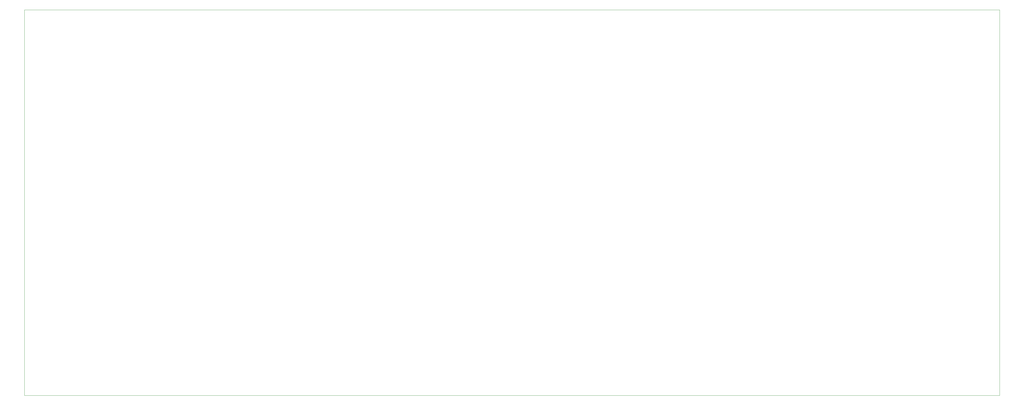
<source format=gbr>
%TF.GenerationSoftware,KiCad,Pcbnew,8.0.7*%
%TF.CreationDate,2025-07-05T17:28:38-07:00*%
%TF.ProjectId,hackpad_v2,6861636b-7061-4645-9f76-322e6b696361,rev?*%
%TF.SameCoordinates,Original*%
%TF.FileFunction,Profile,NP*%
%FSLAX46Y46*%
G04 Gerber Fmt 4.6, Leading zero omitted, Abs format (unit mm)*
G04 Created by KiCad (PCBNEW 8.0.7) date 2025-07-05 17:28:38*
%MOMM*%
%LPD*%
G01*
G04 APERTURE LIST*
%TA.AperFunction,Profile*%
%ADD10C,0.050000*%
%TD*%
G04 APERTURE END LIST*
D10*
X-136310Y-3145000D02*
X334903690Y-3145000D01*
X334903690Y-135815000D01*
X-136310Y-135815000D01*
X-136310Y-3145000D01*
M02*

</source>
